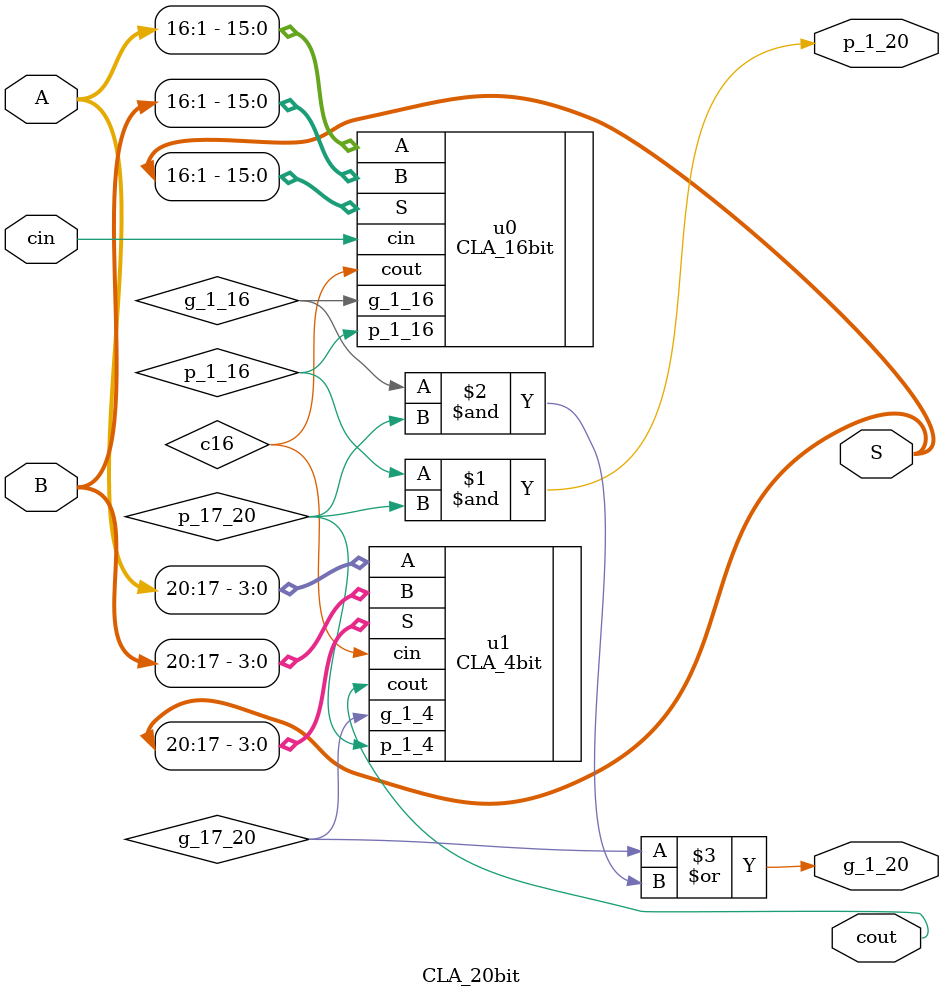
<source format=v>
module CLA_20bit #(
    parameter width=20
)(
    input wire [width:1] A,
    input wire [width:1] B,
    input wire cin,
    output wire [width:1] S,
    output wire cout,
    output wire p_1_20,
    output wire g_1_20
);

    wire c16;
    wire p_1_16, g_1_16;
    wire p_17_20, g_17_20;

    CLA_16bit #(.width(16)) u0 (
        .A(A[16:1]),
        .B(B[16:1]),
        .cin(cin),
        .S(S[16:1]),
        .cout(c16),
        .p_1_16(p_1_16),
        .g_1_16(g_1_16)
    );
    CLA_4bit #(.width(4)) u1 (
        .A(A[20:17]),
        .B(B[20:17]),
        .cin(c16),
        .S(S[20:17]),
        .cout(cout),
        .p_1_4(p_17_20),
        .g_1_4(g_17_20)
    );
    assign p_1_20 = p_1_16 & p_17_20;
    assign g_1_20 = g_17_20|(g_1_16&p_17_20);
endmodule

</source>
